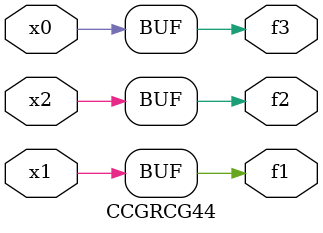
<source format=v>
module CCGRCG44(
	input x0, x1, x2,
	output f1, f2, f3
);
	assign f1 = x1;
	assign f2 = x2;
	assign f3 = x0;
endmodule

</source>
